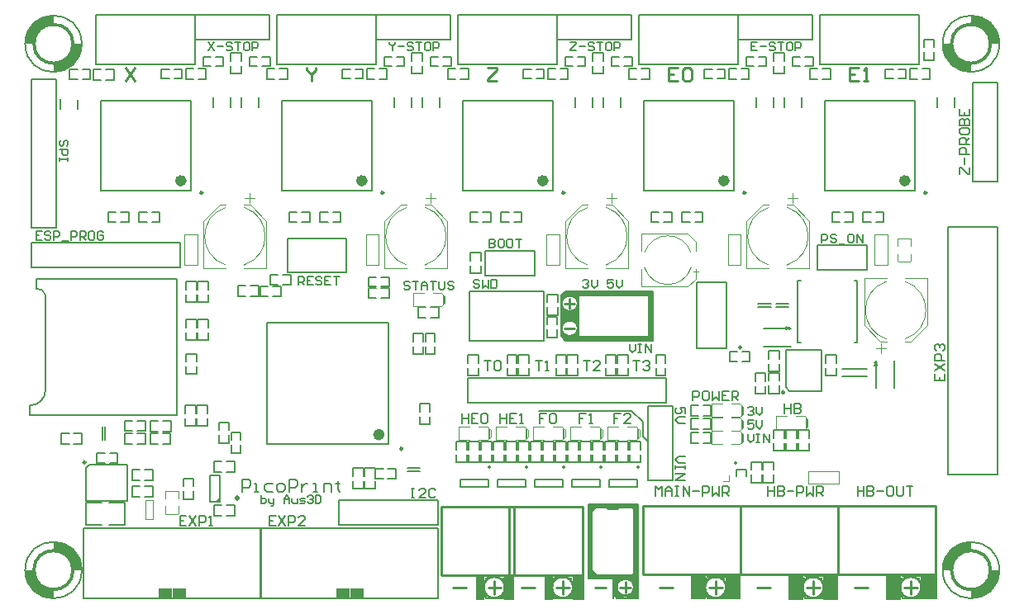
<source format=gto>
G04 Layer_Color=65535*
%FSLAX44Y44*%
%MOMM*%
G71*
G01*
G75*
%ADD54C,0.3000*%
%ADD55C,0.2000*%
%ADD56C,0.2500*%
%ADD57C,0.5000*%
%ADD94C,0.6000*%
%ADD95C,0.1500*%
%ADD96C,0.1270*%
%ADD97C,0.0762*%
%ADD98C,0.2540*%
%ADD99C,0.1000*%
%ADD100C,0.0760*%
%ADD101C,0.3500*%
%ADD102R,0.4890X4.9230*%
%ADD103R,7.6500X0.5040*%
%ADD104R,0.2540X0.2881*%
%ADD105R,0.1778X0.1270*%
%ADD106R,0.3169X0.1119*%
%ADD107R,0.1270X0.3862*%
%ADD108R,0.5080X0.3810*%
%ADD109R,0.3810X0.3810*%
%ADD110R,0.2540X0.3810*%
%ADD111R,0.2540X0.3532*%
%ADD112R,2.1590X0.3870*%
%ADD113R,2.1590X0.2088*%
%ADD114R,1.5494X2.6000*%
%ADD115R,1.5240X2.6000*%
%ADD116R,1.5240X2.5000*%
%ADD117R,1.5494X2.5000*%
%ADD118R,2.1590X0.2870*%
%ADD119R,1.6580X2.5900*%
%ADD120R,0.8110X2.5000*%
%ADD121R,1.1560X2.5000*%
%ADD122R,1.0570X2.5000*%
%ADD123R,0.2730X2.5230*%
%ADD124R,0.3090X2.5230*%
%ADD125R,2.1590X0.2318*%
%ADD126R,0.2540X0.3111*%
%ADD127R,1.4224X0.9770*%
G36*
X628650Y21590D02*
X603500D01*
X603990Y22080D01*
Y25230D01*
X622230Y25230D01*
X624000Y27000D01*
X624000Y92000D01*
X623000Y93000D01*
X609500Y93000D01*
X608500Y92000D01*
X598000D01*
X597000Y93000D01*
X586000D01*
X582000Y89000D01*
Y31000D01*
X588000Y25000D01*
X588230Y25230D01*
X602510D01*
Y22080D01*
X603000Y21590D01*
X577850D01*
Y97790D01*
X628650D01*
Y21590D01*
D02*
G37*
G36*
X33250Y58600D02*
X37800D01*
X39750Y56650D01*
X42350D01*
X44300Y54700D01*
X46250D01*
X50800Y50150D01*
Y49500D01*
X55350Y44950D01*
Y43000D01*
X57300Y41050D01*
X57950Y37150D01*
X59000Y34800D01*
Y30000D01*
X50000D01*
X49500Y30500D01*
Y37150D01*
X47550Y39100D01*
Y40400D01*
X43000Y44950D01*
X42350D01*
X38450Y48850D01*
X34550D01*
X33250Y50150D01*
X30000D01*
Y59250D01*
X32600D01*
X33250Y58600D01*
D02*
G37*
G36*
X970000Y50000D02*
X969500Y49500D01*
X962850D01*
X960900Y47550D01*
X959600D01*
X955050Y43000D01*
Y42350D01*
X951150Y38450D01*
Y34550D01*
X949850Y33250D01*
Y30000D01*
X940750D01*
Y32600D01*
X941400Y33250D01*
Y37800D01*
X943350Y39750D01*
Y42350D01*
X945300Y44300D01*
Y46250D01*
X949850Y50800D01*
X950500D01*
X955050Y55350D01*
X957000D01*
X958950Y57300D01*
X962850Y57950D01*
X965200Y59000D01*
X970000D01*
Y50000D01*
D02*
G37*
G36*
X999250Y27400D02*
X998600Y26750D01*
Y22200D01*
X996650Y20250D01*
Y17650D01*
X994700Y15700D01*
Y13750D01*
X990150Y9200D01*
X989500D01*
X984950Y4650D01*
X983000D01*
X981050Y2700D01*
X977150Y2050D01*
X974800Y1000D01*
X970000D01*
Y10000D01*
X970500Y10500D01*
X977150D01*
X979100Y12450D01*
X980400D01*
X984950Y17000D01*
Y17650D01*
X988850Y21550D01*
Y25450D01*
X990150Y26750D01*
Y30000D01*
X999250D01*
Y27400D01*
D02*
G37*
G36*
X610556Y20979D02*
X608900Y17200D01*
X607100Y12478D01*
X610556Y6156D01*
X614700Y3600D01*
X615400Y500D01*
X607100Y1800D01*
X606200D01*
X603250Y4750D01*
Y21590D01*
X610556Y20979D01*
D02*
G37*
G36*
X628650Y4750D02*
X625700Y1800D01*
X624800D01*
X616500Y500D01*
X617200Y3600D01*
X621344Y6156D01*
X624800Y12478D01*
X623000Y17200D01*
X621344Y20979D01*
X628650Y21590D01*
Y4750D01*
D02*
G37*
G36*
X10500Y29500D02*
Y22850D01*
X12450Y20900D01*
Y19600D01*
X17000Y15050D01*
X17650D01*
X21550Y11150D01*
X25450D01*
X26750Y9850D01*
X30000D01*
Y750D01*
X27400D01*
X26750Y1400D01*
X22200D01*
X20250Y3350D01*
X17650D01*
X15700Y5300D01*
X13750D01*
X9200Y9850D01*
Y10500D01*
X4650Y15050D01*
Y17000D01*
X2700Y18950D01*
X2050Y22850D01*
X1000Y25200D01*
Y30000D01*
X10000D01*
X10500Y29500D01*
D02*
G37*
G36*
X200580Y99970D02*
X194970D01*
X200580Y105580D01*
Y99970D01*
D02*
G37*
G36*
X59250Y567400D02*
X58600Y566750D01*
Y562200D01*
X56650Y560250D01*
Y557650D01*
X54700Y555700D01*
Y553750D01*
X50150Y549200D01*
X49500D01*
X44950Y544650D01*
X43000D01*
X41050Y542700D01*
X37150Y542050D01*
X34800Y541000D01*
X30000D01*
Y550000D01*
X30500Y550500D01*
X37150D01*
X39100Y552450D01*
X40400D01*
X44950Y557000D01*
Y557650D01*
X48850Y561550D01*
Y565450D01*
X50150Y566750D01*
Y570000D01*
X59250D01*
Y567400D01*
D02*
G37*
G36*
X30000Y590000D02*
X29500Y589500D01*
X22850D01*
X20900Y587550D01*
X19600D01*
X15050Y583000D01*
Y582350D01*
X11150Y578450D01*
Y574550D01*
X9850Y573250D01*
Y570000D01*
X750D01*
Y572600D01*
X1400Y573250D01*
Y577800D01*
X3350Y579750D01*
Y582350D01*
X5300Y584300D01*
Y586250D01*
X9850Y590800D01*
X10500D01*
X15050Y595350D01*
X17000D01*
X18950Y597300D01*
X22850Y597950D01*
X25200Y599000D01*
X30000D01*
Y590000D01*
D02*
G37*
G36*
X973250Y598600D02*
X977800D01*
X979750Y596650D01*
X982350D01*
X984300Y594700D01*
X986250D01*
X990800Y590150D01*
Y589500D01*
X995350Y584950D01*
Y583000D01*
X997300Y581050D01*
X997950Y577150D01*
X999000Y574800D01*
Y570000D01*
X990000D01*
X989500Y570500D01*
Y577150D01*
X987550Y579100D01*
Y580400D01*
X983000Y584950D01*
X982350D01*
X978450Y588850D01*
X974550D01*
X973250Y590150D01*
X970000D01*
Y599250D01*
X972600D01*
X973250Y598600D01*
D02*
G37*
G36*
X950500Y569500D02*
Y562850D01*
X952450Y560900D01*
Y559600D01*
X957000Y555050D01*
X957650D01*
X961550Y551150D01*
X965450D01*
X966750Y549850D01*
X970000D01*
Y540750D01*
X967400D01*
X966750Y541400D01*
X962200D01*
X960250Y543350D01*
X957650D01*
X955700Y545300D01*
X953750D01*
X949200Y549850D01*
Y550500D01*
X944650Y555050D01*
Y557000D01*
X942700Y558950D01*
X942050Y562850D01*
X941000Y565200D01*
Y570000D01*
X950000D01*
X950500Y569500D01*
D02*
G37*
G36*
X567500Y265620D02*
X567690Y265430D01*
X554130D01*
X550700Y268860D01*
Y275360D01*
X552800Y272960D01*
X553400D01*
X555900Y270460D01*
X562100D01*
X567500Y275760D01*
Y265620D01*
D02*
G37*
G36*
Y291020D02*
X567690Y290830D01*
X567500Y290640D01*
Y280500D01*
X562100Y285800D01*
X555900D01*
X553400Y283300D01*
X552800D01*
X550700Y280900D01*
Y287400D01*
X550000Y288100D01*
X550300Y290830D01*
X550000Y293560D01*
X550700Y294260D01*
Y300760D01*
X552800Y298360D01*
X553400D01*
X555900Y295860D01*
X562100D01*
X567500Y301160D01*
Y291020D01*
D02*
G37*
G36*
Y316040D02*
Y305900D01*
X562100Y311200D01*
X555900D01*
X553400Y308700D01*
X552800D01*
X550700Y306300D01*
Y312800D01*
X550300Y313200D01*
X553330Y316230D01*
X567690D01*
X567500Y316040D01*
D02*
G37*
D54*
X990000Y30000D02*
G03*
X990000Y30000I-20000J0D01*
G01*
X50000D02*
G03*
X50000Y30000I-20000J0D01*
G01*
X990000Y570000D02*
G03*
X990000Y570000I-20000J0D01*
G01*
X50000D02*
G03*
X50000Y570000I-20000J0D01*
G01*
X629005Y135332D02*
X628957Y135380D01*
X628910Y135332D01*
X628957Y135285D01*
X629005Y135332D01*
X514705D02*
X514657Y135380D01*
X514610Y135332D01*
X514657Y135285D01*
X514705Y135332D01*
X590905D02*
X590857Y135380D01*
X590810Y135332D01*
X590857Y135285D01*
X590905Y135332D01*
X476605D02*
X476557Y135380D01*
X476510Y135332D01*
X476557Y135285D01*
X476605Y135332D01*
X552805D02*
X552757Y135380D01*
X552710Y135332D01*
X552757Y135285D01*
X552805Y135332D01*
D55*
X566890Y278130D02*
G03*
X566890Y278130I-8000J0D01*
G01*
Y303530D02*
G03*
X566890Y303530I-8000J0D01*
G01*
X7620Y340360D02*
X160020D01*
X7620D02*
Y365760D01*
X160020D01*
Y340360D02*
Y365760D01*
X577850Y97790D02*
X628650D01*
X577850Y21590D02*
X628650D01*
X577850D02*
Y97790D01*
X628650Y21590D02*
Y97790D01*
Y49107D02*
Y97790D01*
X454660Y227330D02*
X657860D01*
Y201930D02*
Y227330D01*
X454660Y201930D02*
X657860D01*
X454660D02*
Y227330D01*
X567690Y265430D02*
Y316230D01*
X643890Y265430D02*
Y316230D01*
X567690Y265430D02*
X643890D01*
X567690Y316230D02*
X643890D01*
X567690D02*
X616373D01*
X729920Y133540D02*
X740080D01*
X248400Y284100D02*
X373400D01*
X248400Y159100D02*
X373400D01*
X248400D02*
Y284100D01*
X373400Y159100D02*
Y284100D01*
X322580Y76010D02*
Y101410D01*
X424180D01*
X322580Y76010D02*
X424180D01*
Y101410D01*
X971700Y428300D02*
X997100D01*
X971700D02*
Y529900D01*
X997100Y428300D02*
Y529900D01*
X971700D02*
X997100D01*
X550000Y270200D02*
Y311600D01*
X554630Y316230D01*
X567690D01*
X554770Y265430D02*
X567690D01*
X550000Y270200D02*
X554770Y265430D01*
X472440Y331740D02*
X523240D01*
Y357140D01*
X472440D02*
X523240D01*
X472440Y331740D02*
Y357140D01*
X329720Y335480D02*
Y370480D01*
X269720Y335480D02*
Y370480D01*
Y335480D02*
X329720D01*
X269720Y370480D02*
X329720D01*
X63000Y76500D02*
Y99500D01*
X103000Y76500D02*
Y99500D01*
X63000D02*
X79000D01*
X87000D02*
X103000D01*
X63000Y76500D02*
X79000D01*
X87000D02*
X103000D01*
X815239Y548580D02*
Y573980D01*
Y548580D02*
X916839D01*
Y573980D01*
X815239D02*
Y599380D01*
X916839D01*
Y573980D02*
Y599380D01*
X629819Y548580D02*
Y573980D01*
Y548580D02*
X731419D01*
Y573980D01*
X629819D02*
Y599380D01*
X731419D01*
Y573980D02*
Y599380D01*
X444399Y548580D02*
Y573980D01*
Y548580D02*
X545999D01*
Y573980D01*
X444399D02*
Y599380D01*
X545999D01*
Y573980D02*
Y599380D01*
X73559Y548580D02*
Y573980D01*
Y548580D02*
X175159D01*
Y573980D01*
X73559D02*
Y599380D01*
X175159D01*
Y573980D02*
Y599380D01*
X258979Y548580D02*
Y573980D01*
Y548580D02*
X360579D01*
Y573980D01*
X258979D02*
Y599380D01*
X360579D01*
Y573980D02*
Y599380D01*
X719715Y257965D02*
Y324965D01*
X688715Y257965D02*
Y324965D01*
Y257965D02*
X719715D01*
X688715Y324965D02*
X719715D01*
X242180Y1216D02*
X424180D01*
X242180Y73216D02*
X424180D01*
Y1216D02*
Y73216D01*
X242180Y1216D02*
Y73216D01*
X60570Y1216D02*
X242570D01*
X60570Y73216D02*
X242570D01*
Y1216D02*
Y73216D01*
X60570Y1216D02*
Y73216D01*
X853460Y263775D02*
Y326775D01*
X850460D02*
X853460D01*
X850460Y263775D02*
X853460D01*
X792460Y326775D02*
X795460D01*
X792460Y263775D02*
X795460D01*
X792460D02*
Y326775D01*
X780250Y217410D02*
Y227410D01*
Y217410D02*
X783750Y213910D01*
X795750D01*
X817000D02*
Y255910D01*
X795750Y213910D02*
X817000D01*
X780250Y255910D02*
X817000D01*
X780250Y227410D02*
Y255910D01*
X812800Y337820D02*
X863600D01*
Y363220D01*
X812800D02*
X863600D01*
X812800Y337820D02*
Y363220D01*
X622324Y193675D02*
X634000Y182000D01*
X527685Y193675D02*
X622324D01*
X946300Y128000D02*
Y382000D01*
X997100Y128000D02*
Y382000D01*
X946300D02*
X997100D01*
X946300Y128000D02*
X997100D01*
X76750Y138000D02*
X105250D01*
Y101250D02*
Y138000D01*
X63250Y101250D02*
Y122500D01*
Y101250D02*
X105250D01*
X63250Y122500D02*
Y134500D01*
X66750Y138000D01*
X76750D01*
X634000Y167370D02*
Y182000D01*
Y167370D02*
X638175Y163195D01*
X731419Y573980D02*
X807619D01*
Y599380D01*
X731419D02*
X807619D01*
X731419Y573980D02*
Y599380D01*
X638810Y121920D02*
Y198120D01*
Y121920D02*
X664210D01*
Y198120D01*
X638810D02*
X664210D01*
X175160Y573980D02*
X251360D01*
Y599380D01*
X175160D02*
X251360D01*
X175160Y573980D02*
Y599380D01*
X360580Y573980D02*
X436780D01*
Y599380D01*
X360580D02*
X436780D01*
X360580Y573980D02*
Y599380D01*
X546000Y573980D02*
X622200D01*
Y599380D01*
X546000D02*
X622200D01*
X546000Y573980D02*
Y599380D01*
X33020Y381000D02*
Y533400D01*
X7620Y381000D02*
X33020D01*
X7620D02*
Y533400D01*
X33020D01*
X455930Y265430D02*
Y316230D01*
X532130Y265430D02*
Y316230D01*
X455930Y265430D02*
X532130D01*
X455930Y316230D02*
X532130D01*
X455930D02*
X504613D01*
X263880Y511455D02*
X355880D01*
X263880Y419455D02*
X355880D01*
X263880D02*
Y511455D01*
X355880Y419455D02*
Y511455D01*
X170460Y419455D02*
Y511455D01*
X78460Y419455D02*
Y511455D01*
Y419455D02*
X170460D01*
X78460Y511455D02*
X170460D01*
X449300D02*
X541300D01*
X449300Y419455D02*
X541300D01*
X449300D02*
Y511455D01*
X541300Y419455D02*
Y511455D01*
X726720Y419455D02*
Y511455D01*
X634720Y419455D02*
Y511455D01*
Y419455D02*
X726720D01*
X634720Y511455D02*
X726720D01*
X820140D02*
X912140D01*
X820140Y419455D02*
X912140D01*
X820140D02*
Y511455D01*
X912140Y419455D02*
Y511455D01*
X394998Y324997D02*
X393499Y326497D01*
X390499D01*
X389000Y324997D01*
Y323498D01*
X390499Y321998D01*
X393499D01*
X394998Y320499D01*
Y319000D01*
X393499Y317500D01*
X390499D01*
X389000Y319000D01*
X397997Y326497D02*
X403995D01*
X400996D01*
Y317500D01*
X406994D02*
Y323498D01*
X409993Y326497D01*
X412992Y323498D01*
Y317500D01*
Y321998D01*
X406994D01*
X415991Y326497D02*
X421989D01*
X418990D01*
Y317500D01*
X424988Y326497D02*
Y319000D01*
X426488Y317500D01*
X429487D01*
X430986Y319000D01*
Y326497D01*
X439983Y324997D02*
X438484Y326497D01*
X435485D01*
X433985Y324997D01*
Y323498D01*
X435485Y321998D01*
X438484D01*
X439983Y320499D01*
Y319000D01*
X438484Y317500D01*
X435485D01*
X433985Y319000D01*
X933003Y231665D02*
Y225000D01*
X943000D01*
Y231665D01*
X938002Y225000D02*
Y228332D01*
X933003Y234997D02*
X943000Y241661D01*
X933003D02*
X943000Y234997D01*
Y244994D02*
X933003D01*
Y249992D01*
X934669Y251658D01*
X938002D01*
X939668Y249992D01*
Y244994D01*
X934669Y254990D02*
X933003Y256656D01*
Y259989D01*
X934669Y261655D01*
X936336D01*
X938002Y259989D01*
Y258323D01*
Y259989D01*
X939668Y261655D01*
X941334D01*
X943000Y259989D01*
Y256656D01*
X941334Y254990D01*
X257665Y85497D02*
X251000D01*
Y75500D01*
X257665D01*
X251000Y80498D02*
X254332D01*
X260997Y85497D02*
X267661Y75500D01*
Y85497D02*
X260997Y75500D01*
X270993D02*
Y85497D01*
X275992D01*
X277658Y83831D01*
Y80498D01*
X275992Y78832D01*
X270993D01*
X287655Y75500D02*
X280990D01*
X287655Y82164D01*
Y83831D01*
X285989Y85497D01*
X282656D01*
X280990Y83831D01*
X166165Y85497D02*
X159500D01*
Y75500D01*
X166165D01*
X159500Y80498D02*
X162832D01*
X169497Y85497D02*
X176161Y75500D01*
Y85497D02*
X169497Y75500D01*
X179494D02*
Y85497D01*
X184492D01*
X186158Y83831D01*
Y80498D01*
X184492Y78832D01*
X179494D01*
X189490Y75500D02*
X192823D01*
X191157D01*
Y85497D01*
X189490Y83831D01*
X816965Y365850D02*
Y374847D01*
X821464D01*
X822963Y373348D01*
Y370349D01*
X821464Y368849D01*
X816965D01*
X831960Y373348D02*
X830461Y374847D01*
X827462D01*
X825962Y373348D01*
Y371848D01*
X827462Y370349D01*
X830461D01*
X831960Y368849D01*
Y367350D01*
X830461Y365850D01*
X827462D01*
X825962Y367350D01*
X834959Y364351D02*
X840957D01*
X848455Y374847D02*
X845456D01*
X843957Y373348D01*
Y367350D01*
X845456Y365850D01*
X848455D01*
X849955Y367350D01*
Y373348D01*
X848455Y374847D01*
X852953Y365850D02*
Y374847D01*
X858952Y365850D01*
Y374847D01*
X751098Y571877D02*
X745100D01*
Y562880D01*
X751098D01*
X745100Y567378D02*
X748099D01*
X754097D02*
X760095D01*
X769092Y570377D02*
X767592Y571877D01*
X764594D01*
X763094Y570377D01*
Y568878D01*
X764594Y567378D01*
X767592D01*
X769092Y565879D01*
Y564379D01*
X767592Y562880D01*
X764594D01*
X763094Y564379D01*
X772091Y571877D02*
X778089D01*
X775090D01*
Y562880D01*
X785587Y571877D02*
X782588D01*
X781088Y570377D01*
Y564379D01*
X782588Y562880D01*
X785587D01*
X787086Y564379D01*
Y570377D01*
X785587Y571877D01*
X790085Y562880D02*
Y571877D01*
X794584D01*
X796083Y570377D01*
Y567378D01*
X794584Y565879D01*
X790085D01*
X281000Y322500D02*
Y331497D01*
X285499D01*
X286998Y329998D01*
Y326998D01*
X285499Y325499D01*
X281000D01*
X283999D02*
X286998Y322500D01*
X295995Y331497D02*
X289997D01*
Y322500D01*
X295995D01*
X289997Y326998D02*
X292996D01*
X304992Y329998D02*
X303493Y331497D01*
X300494D01*
X298994Y329998D01*
Y328498D01*
X300494Y326998D01*
X303493D01*
X304992Y325499D01*
Y323999D01*
X303493Y322500D01*
X300494D01*
X298994Y323999D01*
X313989Y331497D02*
X307991D01*
Y322500D01*
X313989D01*
X307991Y326998D02*
X310990D01*
X316988Y331497D02*
X322986D01*
X319987D01*
Y322500D01*
X476605Y369767D02*
Y360770D01*
X481104D01*
X482603Y362269D01*
Y363769D01*
X481104Y365268D01*
X476605D01*
X481104D01*
X482603Y366768D01*
Y368267D01*
X481104Y369767D01*
X476605D01*
X490101D02*
X487102D01*
X485602Y368267D01*
Y362269D01*
X487102Y360770D01*
X490101D01*
X491600Y362269D01*
Y368267D01*
X490101Y369767D01*
X499098D02*
X496099D01*
X494599Y368267D01*
Y362269D01*
X496099Y360770D01*
X499098D01*
X500597Y362269D01*
Y368267D01*
X499098Y369767D01*
X503596D02*
X509594D01*
X506595D01*
Y360770D01*
X396500Y113997D02*
X399832D01*
X398166D01*
Y104000D01*
X396500D01*
X399832D01*
X411495D02*
X404831D01*
X411495Y110665D01*
Y112331D01*
X409829Y113997D01*
X406497D01*
X404831Y112331D01*
X421492D02*
X419826Y113997D01*
X416494D01*
X414827Y112331D01*
Y105666D01*
X416494Y104000D01*
X419826D01*
X421492Y105666D01*
X43587Y464936D02*
X45087Y466436D01*
Y469435D01*
X43587Y470935D01*
X42088D01*
X40588Y469435D01*
Y466436D01*
X39089Y464936D01*
X37589D01*
X36090Y466436D01*
Y469435D01*
X37589Y470935D01*
X36090Y461937D02*
X45087D01*
Y457439D01*
X43587Y455939D01*
X40588D01*
X39089Y457439D01*
Y461937D01*
X45087Y452940D02*
Y449941D01*
Y451441D01*
X36090D01*
Y452940D01*
Y449941D01*
X18143Y377827D02*
X12145D01*
Y368830D01*
X18143D01*
X12145Y373328D02*
X15144D01*
X27140Y376327D02*
X25641Y377827D01*
X22641D01*
X21142Y376327D01*
Y374828D01*
X22641Y373328D01*
X25641D01*
X27140Y371829D01*
Y370329D01*
X25641Y368830D01*
X22641D01*
X21142Y370329D01*
X30139Y368830D02*
Y377827D01*
X34638D01*
X36137Y376327D01*
Y373328D01*
X34638Y371829D01*
X30139D01*
X39136Y367330D02*
X45134D01*
X48133Y368830D02*
Y377827D01*
X52632D01*
X54131Y376327D01*
Y373328D01*
X52632Y371829D01*
X48133D01*
X57130Y368830D02*
Y377827D01*
X61629D01*
X63128Y376327D01*
Y373328D01*
X61629Y371829D01*
X57130D01*
X60129D02*
X63128Y368830D01*
X70626Y377827D02*
X67627D01*
X66128Y376327D01*
Y370329D01*
X67627Y368830D01*
X70626D01*
X72126Y370329D01*
Y376327D01*
X70626Y377827D01*
X81123Y376327D02*
X79623Y377827D01*
X76624D01*
X75125Y376327D01*
Y370329D01*
X76624Y368830D01*
X79623D01*
X81123Y370329D01*
Y373328D01*
X78124D01*
X466453Y326797D02*
X464953Y328297D01*
X461954D01*
X460455Y326797D01*
Y325298D01*
X461954Y323798D01*
X464953D01*
X466453Y322299D01*
Y320799D01*
X464953Y319300D01*
X461954D01*
X460455Y320799D01*
X469452Y328297D02*
Y319300D01*
X472451Y322299D01*
X475450Y319300D01*
Y328297D01*
X478449D02*
Y319300D01*
X482948D01*
X484447Y320799D01*
Y326797D01*
X482948Y328297D01*
X478449D01*
X779000Y200996D02*
Y191000D01*
Y195998D01*
X785664D01*
Y200996D01*
Y191000D01*
X788997Y200996D02*
Y191000D01*
X793995D01*
X795661Y192666D01*
Y194332D01*
X793995Y195998D01*
X788997D01*
X793995D01*
X795661Y197664D01*
Y199330D01*
X793995Y200996D01*
X788997D01*
X620049Y262207D02*
Y256209D01*
X623048Y253210D01*
X626047Y256209D01*
Y262207D01*
X629046D02*
X632045D01*
X630545D01*
Y253210D01*
X629046D01*
X632045D01*
X636544D02*
Y262207D01*
X642542Y253210D01*
Y262207D01*
X603613Y328297D02*
X597615D01*
Y323798D01*
X600614Y325298D01*
X602113D01*
X603613Y323798D01*
Y320799D01*
X602113Y319300D01*
X599114D01*
X597615Y320799D01*
X606612Y328297D02*
Y322299D01*
X609611Y319300D01*
X612610Y322299D01*
Y328297D01*
X572215Y326797D02*
X573714Y328297D01*
X576713D01*
X578213Y326797D01*
Y325298D01*
X576713Y323798D01*
X575214D01*
X576713D01*
X578213Y322299D01*
Y320799D01*
X576713Y319300D01*
X573714D01*
X572215Y320799D01*
X581212Y328297D02*
Y322299D01*
X584211Y319300D01*
X587210Y322299D01*
Y328297D01*
X559680Y571877D02*
X565678D01*
Y570377D01*
X559680Y564379D01*
Y562880D01*
X565678D01*
X568677Y567378D02*
X574675D01*
X583672Y570377D02*
X582173Y571877D01*
X579174D01*
X577674Y570377D01*
Y568878D01*
X579174Y567378D01*
X582173D01*
X583672Y565879D01*
Y564379D01*
X582173Y562880D01*
X579174D01*
X577674Y564379D01*
X586671Y571877D02*
X592669D01*
X589670D01*
Y562880D01*
X600167Y571877D02*
X597168D01*
X595668Y570377D01*
Y564379D01*
X597168Y562880D01*
X600167D01*
X601666Y564379D01*
Y570377D01*
X600167Y571877D01*
X604665Y562880D02*
Y571877D01*
X609164D01*
X610663Y570377D01*
Y567378D01*
X609164Y565879D01*
X604665D01*
X188840Y571877D02*
X194838Y562880D01*
Y571877D02*
X188840Y562880D01*
X197837Y567378D02*
X203835D01*
X212832Y570377D02*
X211332Y571877D01*
X208333D01*
X206834Y570377D01*
Y568878D01*
X208333Y567378D01*
X211332D01*
X212832Y565879D01*
Y564379D01*
X211332Y562880D01*
X208333D01*
X206834Y564379D01*
X215831Y571877D02*
X221829D01*
X218830D01*
Y562880D01*
X229327Y571877D02*
X226328D01*
X224828Y570377D01*
Y564379D01*
X226328Y562880D01*
X229327D01*
X230826Y564379D01*
Y570377D01*
X229327Y571877D01*
X233825Y562880D02*
Y571877D01*
X238324D01*
X239823Y570377D01*
Y567378D01*
X238324Y565879D01*
X233825D01*
X853730Y115997D02*
Y106000D01*
Y110998D01*
X860394D01*
Y115997D01*
Y106000D01*
X863727Y115997D02*
Y106000D01*
X868725D01*
X870391Y107666D01*
Y109332D01*
X868725Y110998D01*
X863727D01*
X868725D01*
X870391Y112664D01*
Y114330D01*
X868725Y115997D01*
X863727D01*
X873723Y110998D02*
X880388D01*
X888719Y115997D02*
X885386D01*
X883720Y114330D01*
Y107666D01*
X885386Y106000D01*
X888719D01*
X890385Y107666D01*
Y114330D01*
X888719Y115997D01*
X893717D02*
Y107666D01*
X895383Y106000D01*
X898715D01*
X900381Y107666D01*
Y115997D01*
X903714D02*
X910378D01*
X907046D01*
Y106000D01*
X761730Y115997D02*
Y106000D01*
Y110998D01*
X768394D01*
Y115997D01*
Y106000D01*
X771727Y115997D02*
Y106000D01*
X776725D01*
X778391Y107666D01*
Y109332D01*
X776725Y110998D01*
X771727D01*
X776725D01*
X778391Y112664D01*
Y114330D01*
X776725Y115997D01*
X771727D01*
X781723Y110998D02*
X788388D01*
X791720Y106000D02*
Y115997D01*
X796719D01*
X798385Y114330D01*
Y110998D01*
X796719Y109332D01*
X791720D01*
X801717Y115997D02*
Y106000D01*
X805049Y109332D01*
X808381Y106000D01*
Y115997D01*
X811714Y106000D02*
Y115997D01*
X816712D01*
X818378Y114330D01*
Y110998D01*
X816712Y109332D01*
X811714D01*
X815046D02*
X818378Y106000D01*
X646730Y106000D02*
Y115997D01*
X650062Y112664D01*
X653394Y115997D01*
Y106000D01*
X656727D02*
Y112664D01*
X660059Y115997D01*
X663391Y112664D01*
Y106000D01*
Y110998D01*
X656727D01*
X666723Y115997D02*
X670055D01*
X668389D01*
Y106000D01*
X666723D01*
X670055D01*
X675054D02*
Y115997D01*
X681718Y106000D01*
Y115997D01*
X685051Y110998D02*
X691715D01*
X695048Y106000D02*
Y115997D01*
X700046D01*
X701712Y114330D01*
Y110998D01*
X700046Y109332D01*
X695048D01*
X705044Y115997D02*
Y106000D01*
X708376Y109332D01*
X711709Y106000D01*
Y115997D01*
X715041Y106000D02*
Y115997D01*
X720039D01*
X721705Y114330D01*
Y110998D01*
X720039Y109332D01*
X715041D01*
X718373D02*
X721705Y106000D01*
X448310Y190336D02*
Y180340D01*
Y185338D01*
X454974D01*
Y190336D01*
Y180340D01*
X464971Y190336D02*
X458307D01*
Y180340D01*
X464971D01*
X458307Y185338D02*
X461639D01*
X468303Y188670D02*
X469969Y190336D01*
X473302D01*
X474968Y188670D01*
Y182006D01*
X473302Y180340D01*
X469969D01*
X468303Y182006D01*
Y188670D01*
X487680Y190336D02*
Y180340D01*
Y185338D01*
X494344D01*
Y190336D01*
Y180340D01*
X504341Y190336D02*
X497677D01*
Y180340D01*
X504341D01*
X497677Y185338D02*
X501009D01*
X507673Y180340D02*
X511006D01*
X509339D01*
Y190336D01*
X507673Y188670D01*
X374260Y571877D02*
Y570377D01*
X377259Y567378D01*
X380258Y570377D01*
Y571877D01*
X377259Y567378D02*
Y562880D01*
X383257Y567378D02*
X389255D01*
X398252Y570377D02*
X396753Y571877D01*
X393754D01*
X392254Y570377D01*
Y568878D01*
X393754Y567378D01*
X396753D01*
X398252Y565879D01*
Y564379D01*
X396753Y562880D01*
X393754D01*
X392254Y564379D01*
X401251Y571877D02*
X407249D01*
X404250D01*
Y562880D01*
X414747Y571877D02*
X411748D01*
X410248Y570377D01*
Y564379D01*
X411748Y562880D01*
X414747D01*
X416246Y564379D01*
Y570377D01*
X414747Y571877D01*
X419245Y562880D02*
Y571877D01*
X423744D01*
X425243Y570377D01*
Y567378D01*
X423744Y565879D01*
X419245D01*
X534984Y190336D02*
X528320D01*
Y185338D01*
X531652D01*
X528320D01*
Y180340D01*
X538316Y188670D02*
X539983Y190336D01*
X543315D01*
X544981Y188670D01*
Y182006D01*
X543315Y180340D01*
X539983D01*
X538316Y182006D01*
Y188670D01*
X575624Y190336D02*
X568960D01*
Y185338D01*
X572292D01*
X568960D01*
Y180340D01*
X578956D02*
X582289D01*
X580623D01*
Y190336D01*
X578956Y188670D01*
X611184Y190336D02*
X604520D01*
Y185338D01*
X607852D01*
X604520D01*
Y180340D01*
X621181D02*
X614516D01*
X621181Y187004D01*
Y188670D01*
X619515Y190336D01*
X616183D01*
X614516Y188670D01*
X676997Y190335D02*
Y197000D01*
X671998D01*
X673664Y193668D01*
Y192001D01*
X671998Y190335D01*
X668666D01*
X667000Y192001D01*
Y195334D01*
X668666Y197000D01*
X676997Y187003D02*
X670332D01*
X667000Y183671D01*
X670332Y180338D01*
X676997D01*
Y147000D02*
X670332D01*
X667000Y143667D01*
X670332Y140335D01*
X676997D01*
Y137003D02*
Y133671D01*
Y135337D01*
X667000D01*
Y137003D01*
Y133671D01*
Y128672D02*
X676997D01*
X667000Y122008D01*
X676997D01*
X471805Y244946D02*
X478469D01*
X475137D01*
Y234950D01*
X481801Y243280D02*
X483468Y244946D01*
X486800D01*
X488466Y243280D01*
Y236616D01*
X486800Y234950D01*
X483468D01*
X481801Y236616D01*
Y243280D01*
X523875Y244946D02*
X530539D01*
X527207D01*
Y234950D01*
X533871D02*
X537204D01*
X535538D01*
Y244946D01*
X533871Y243280D01*
X573405Y244946D02*
X580069D01*
X576737D01*
Y234950D01*
X590066D02*
X583401D01*
X590066Y241614D01*
Y243280D01*
X588400Y244946D01*
X585068D01*
X583401Y243280D01*
X624205Y244946D02*
X630869D01*
X627537D01*
Y234950D01*
X634202Y243280D02*
X635868Y244946D01*
X639200D01*
X640866Y243280D01*
Y241614D01*
X639200Y239948D01*
X637534D01*
X639200D01*
X640866Y238282D01*
Y236616D01*
X639200Y234950D01*
X635868D01*
X634202Y236616D01*
X958423Y436610D02*
Y443274D01*
X960089D01*
X966754Y436610D01*
X968420D01*
Y443274D01*
X963421Y446606D02*
Y453271D01*
X968420Y456603D02*
X958423D01*
Y461602D01*
X960089Y463268D01*
X963421D01*
X965088Y461602D01*
Y456603D01*
X968420Y466600D02*
X958423D01*
Y471599D01*
X960089Y473265D01*
X963421D01*
X965088Y471599D01*
Y466600D01*
Y469932D02*
X968420Y473265D01*
X958423Y481595D02*
Y478263D01*
X960089Y476597D01*
X966754D01*
X968420Y478263D01*
Y481595D01*
X966754Y483261D01*
X960089D01*
X958423Y481595D01*
Y486594D02*
X968420D01*
Y491592D01*
X966754Y493258D01*
X965088D01*
X963421Y491592D01*
Y486594D01*
Y491592D01*
X961755Y493258D01*
X960089D01*
X958423Y491592D01*
Y486594D01*
Y503255D02*
Y496590D01*
X968420D01*
Y503255D01*
X963421Y496590D02*
Y499923D01*
X741215Y196297D02*
X742714Y197797D01*
X745714D01*
X747213Y196297D01*
Y194798D01*
X745714Y193298D01*
X744214D01*
X745714D01*
X747213Y191799D01*
Y190299D01*
X745714Y188800D01*
X742714D01*
X741215Y190299D01*
X750212Y197797D02*
Y191799D01*
X753211Y188800D01*
X756210Y191799D01*
Y197797D01*
X747213Y183797D02*
X741215D01*
Y179298D01*
X744214Y180798D01*
X745714D01*
X747213Y179298D01*
Y176299D01*
X745714Y174800D01*
X742714D01*
X741215Y176299D01*
X750212Y183797D02*
Y177799D01*
X753211Y174800D01*
X756210Y177799D01*
Y183797D01*
X741215Y169797D02*
Y163799D01*
X744214Y160800D01*
X747213Y163799D01*
Y169797D01*
X750212D02*
X753211D01*
X751712D01*
Y160800D01*
X750212D01*
X753211D01*
X757710D02*
Y169797D01*
X763708Y160800D01*
Y169797D01*
X685000Y204000D02*
Y213997D01*
X689998D01*
X691665Y212331D01*
Y208998D01*
X689998Y207332D01*
X685000D01*
X699995Y213997D02*
X696663D01*
X694997Y212331D01*
Y205666D01*
X696663Y204000D01*
X699995D01*
X701661Y205666D01*
Y212331D01*
X699995Y213997D01*
X704994D02*
Y204000D01*
X708326Y207332D01*
X711658Y204000D01*
Y213997D01*
X721655D02*
X714990D01*
Y204000D01*
X721655D01*
X714990Y208998D02*
X718323D01*
X724987Y204000D02*
Y213997D01*
X729986D01*
X731652Y212331D01*
Y208998D01*
X729986Y207332D01*
X724987D01*
X728319D02*
X731652Y204000D01*
D56*
X387650Y154600D02*
G03*
X387650Y154600I-1250J0D01*
G01*
X734715Y258565D02*
G03*
X734715Y258565I-1250J0D01*
G01*
X778750Y212410D02*
G03*
X778750Y212410I-1250J0D01*
G01*
X63000Y140750D02*
G03*
X63000Y140750I-1250J0D01*
G01*
X368130Y417205D02*
G03*
X368130Y417205I-1250J0D01*
G01*
X182710D02*
G03*
X182710Y417205I-1250J0D01*
G01*
X553550D02*
G03*
X553550Y417205I-1250J0D01*
G01*
X738970D02*
G03*
X738970Y417205I-1250J0D01*
G01*
X924390D02*
G03*
X924390Y417205I-1250J0D01*
G01*
D57*
X218202Y103905D02*
X218250Y103952D01*
X218202Y104000D01*
X218155Y103952D01*
X218202Y103905D01*
D94*
X366400Y169100D02*
G03*
X366400Y169100I-3000J0D01*
G01*
X348880Y429455D02*
G03*
X348880Y429455I-3000J0D01*
G01*
X163460D02*
G03*
X163460Y429455I-3000J0D01*
G01*
X534300D02*
G03*
X534300Y429455I-3000J0D01*
G01*
X719720D02*
G03*
X719720Y429455I-3000J0D01*
G01*
X905140D02*
G03*
X905140Y429455I-3000J0D01*
G01*
D95*
X999000Y30000D02*
G03*
X999000Y30000I-29000J0D01*
G01*
X59000D02*
G03*
X59000Y30000I-29000J0D01*
G01*
X999000Y570000D02*
G03*
X999000Y570000I-29000J0D01*
G01*
X59000D02*
G03*
X59000Y570000I-29000J0D01*
G01*
X242500Y106497D02*
Y98500D01*
X246499D01*
X247832Y99833D01*
Y101166D01*
Y102499D01*
X246499Y103832D01*
X242500D01*
X250497D02*
Y99833D01*
X251830Y98500D01*
X255829D01*
Y97167D01*
X254496Y95834D01*
X253163D01*
X255829Y98500D02*
Y103832D01*
X266492Y98500D02*
Y103832D01*
X269158Y106497D01*
X271824Y103832D01*
Y98500D01*
Y102499D01*
X266492D01*
X274490Y103832D02*
Y99833D01*
X275823Y98500D01*
X279821D01*
Y103832D01*
X282487Y98500D02*
X286486D01*
X287819Y99833D01*
X286486Y101166D01*
X283820D01*
X282487Y102499D01*
X283820Y103832D01*
X287819D01*
X290485Y105164D02*
X291817Y106497D01*
X294483D01*
X295816Y105164D01*
Y103832D01*
X294483Y102499D01*
X293150D01*
X294483D01*
X295816Y101166D01*
Y99833D01*
X294483Y98500D01*
X291817D01*
X290485Y99833D01*
X298482Y106497D02*
Y98500D01*
X302481D01*
X303814Y99833D01*
Y105164D01*
X302481Y106497D01*
X298482D01*
X223500Y110500D02*
Y122996D01*
X229748D01*
X231831Y120913D01*
Y116748D01*
X229748Y114665D01*
X223500D01*
X235996Y110500D02*
X240161D01*
X238079D01*
Y118831D01*
X235996D01*
X254740D02*
X248492D01*
X246409Y116748D01*
Y112583D01*
X248492Y110500D01*
X254740D01*
X260988D02*
X265153D01*
X267236Y112583D01*
Y116748D01*
X265153Y118831D01*
X260988D01*
X258905Y116748D01*
Y112583D01*
X260988Y110500D01*
X271401D02*
Y122996D01*
X277649D01*
X279732Y120913D01*
Y116748D01*
X277649Y114665D01*
X271401D01*
X283897Y118831D02*
Y110500D01*
Y114665D01*
X285980Y116748D01*
X288062Y118831D01*
X290145D01*
X296393Y110500D02*
X300558D01*
X298476D01*
Y118831D01*
X296393D01*
X306806Y110500D02*
Y118831D01*
X313054D01*
X315137Y116748D01*
Y110500D01*
X321385Y120913D02*
Y118831D01*
X319302D01*
X323468D01*
X321385D01*
Y112583D01*
X323468Y110500D01*
D96*
X21800Y311912D02*
G03*
X12800Y318770I-7929J-1071D01*
G01*
X5800Y198882D02*
G03*
X21800Y214884I-1J16001D01*
G01*
X392488Y131504D02*
X405512D01*
X392488Y134496D02*
X405512D01*
X405100Y200700D02*
X415100D01*
Y192700D02*
Y200700D01*
Y179700D02*
Y187700D01*
X405100Y179700D02*
X415100D01*
X405100D02*
Y187700D01*
Y192700D02*
Y200700D01*
X190420Y99970D02*
X200580D01*
X190420Y126970D02*
X190420Y99970D01*
X190420Y126970D02*
X200580D01*
X200580Y99970D02*
X200580Y126970D01*
X163500Y124000D02*
X173500D01*
Y116000D02*
Y124000D01*
Y103000D02*
Y111000D01*
X163500Y103000D02*
X173500D01*
X163500D02*
Y111000D01*
Y116000D02*
Y124000D01*
X740080Y126500D02*
Y133540D01*
X729920Y126500D02*
Y133540D01*
X744500Y120000D02*
X755500D01*
X744500D02*
Y128000D01*
Y133000D02*
Y141000D01*
X755500D01*
Y133000D02*
Y141000D01*
Y120000D02*
Y128000D01*
X767920Y552500D02*
Y560500D01*
Y539500D02*
Y547500D01*
Y539500D02*
X778920D01*
Y547500D01*
Y552500D02*
Y560500D01*
X767920D02*
X778920D01*
X352900Y320700D02*
Y330700D01*
X360900D01*
X365900D02*
X373900D01*
Y320700D02*
Y330700D01*
X365900Y320700D02*
X373900D01*
X352900D02*
X360900D01*
X627910Y115570D02*
Y123190D01*
X598910Y115570D02*
X627910D01*
X598910D02*
Y123190D01*
X627910D01*
X513610Y115570D02*
Y123190D01*
X484610Y115570D02*
X513610D01*
X484610D02*
Y123190D01*
X513610D01*
X589810Y115570D02*
Y123190D01*
X560810Y115570D02*
X589810D01*
X560810D02*
Y123190D01*
X589810D01*
X475510Y115570D02*
Y123190D01*
X446510Y115570D02*
X475510D01*
X446510D02*
Y123190D01*
X475510D01*
X551710Y115570D02*
Y123190D01*
X522710Y115570D02*
X551710D01*
X522710D02*
Y123190D01*
X551710D01*
X272900Y322800D02*
Y332800D01*
X264900Y322800D02*
X272900D01*
X251900D02*
X259900D01*
X251900D02*
Y332800D01*
X259900D01*
X264900D02*
X272900D01*
X200000Y181500D02*
X210000D01*
Y173500D02*
Y181500D01*
Y160500D02*
Y168500D01*
X200000Y160500D02*
X210000D01*
X200000D02*
Y168500D01*
Y173500D02*
Y181500D01*
X51000Y170500D02*
X59000D01*
X38000D02*
X46000D01*
X38000Y159500D02*
Y170500D01*
Y159500D02*
X46000D01*
X51000D02*
X59000D01*
Y170500D01*
X177000Y231000D02*
Y239000D01*
Y244000D02*
Y252000D01*
X166000D02*
X177000D01*
X166000Y244000D02*
Y252000D01*
Y231000D02*
Y239000D01*
Y231000D02*
X177000D01*
X103000Y159500D02*
X111000D01*
X116000D02*
X124000D01*
Y170500D01*
X116000D02*
X124000D01*
X103000D02*
X111000D01*
X103000Y159500D02*
Y170500D01*
X5800Y188722D02*
Y198882D01*
Y188722D02*
X156800D01*
Y328930D01*
X12800D02*
X156800D01*
X12800Y318770D02*
Y328930D01*
X21800Y214884D02*
Y311912D01*
X129040Y159600D02*
X137040D01*
X142040D02*
X150040D01*
Y170600D01*
X142040D02*
X150040D01*
X129040D02*
X137040D01*
X129040Y159600D02*
Y170600D01*
X103100Y173000D02*
Y183000D01*
X111100D01*
X116100D02*
X124100D01*
Y173000D02*
Y183000D01*
X116100Y173000D02*
X124100D01*
X103100D02*
X111100D01*
X219000Y311000D02*
X227000D01*
X232000D02*
X240000D01*
Y322000D01*
X232000D02*
X240000D01*
X219000D02*
X227000D01*
X219000Y311000D02*
Y322000D01*
X194500Y130500D02*
X202500D01*
X207500D02*
X215500D01*
Y141500D01*
X207500D02*
X215500D01*
X194500D02*
X202500D01*
X194500Y130500D02*
Y141500D01*
Y85500D02*
X202500D01*
X207500D02*
X215500D01*
Y96500D01*
X207500D02*
X215500D01*
X194500D02*
X202500D01*
X194500Y85500D02*
Y96500D01*
X347500Y113500D02*
Y121500D01*
Y126500D02*
Y134500D01*
X336500D02*
X347500D01*
X336500Y126500D02*
Y134500D01*
Y113500D02*
Y121500D01*
Y113500D02*
X347500D01*
X359500Y113500D02*
Y121500D01*
Y126500D02*
Y134500D01*
X348500D02*
X359500D01*
X348500Y126500D02*
Y134500D01*
Y113500D02*
Y121500D01*
Y113500D02*
X359500D01*
X403500Y289000D02*
X411500D01*
X416500D02*
X424500D01*
Y300000D01*
X416500D02*
X424500D01*
X403500D02*
X411500D01*
X403500Y289000D02*
Y300000D01*
X682715Y188300D02*
X690715D01*
X695715D02*
X703715D01*
Y199300D01*
X695715D02*
X703715D01*
X682715D02*
X690715D01*
X682715Y188300D02*
Y199300D01*
Y174300D02*
X690715D01*
X695715D02*
X703715D01*
Y185300D01*
X695715D02*
X703715D01*
X682715D02*
X690715D01*
X682715Y174300D02*
Y185300D01*
Y160300D02*
X690715D01*
X695715D02*
X703715D01*
Y171300D01*
X695715D02*
X703715D01*
X682715D02*
X690715D01*
X682715Y160300D02*
Y171300D01*
X399000Y272500D02*
X409000D01*
Y264500D02*
Y272500D01*
Y251500D02*
Y259500D01*
X399000Y251500D02*
X409000D01*
X399000D02*
Y259500D01*
Y264500D02*
Y272500D01*
X411000D02*
X421000D01*
Y264500D02*
Y272500D01*
Y251500D02*
Y259500D01*
X411000Y251500D02*
X421000D01*
X411000D02*
Y259500D01*
Y264500D02*
Y272500D01*
X211500Y552500D02*
Y560500D01*
Y539500D02*
Y547500D01*
Y539500D02*
X222500D01*
Y547500D01*
Y552500D02*
Y560500D01*
X211500D02*
X222500D01*
X241900Y311180D02*
Y321180D01*
X249900D01*
X254900D02*
X262900D01*
Y311180D02*
Y321180D01*
X254900Y311180D02*
X262900D01*
X241900D02*
X249900D01*
X212000Y150500D02*
X222000D01*
X212000D02*
Y158500D01*
Y163500D02*
Y171500D01*
X222000D01*
Y163500D02*
Y171500D01*
Y150500D02*
Y158500D01*
X380750Y124000D02*
Y134000D01*
X372750Y124000D02*
X380750D01*
X359750D02*
X367750D01*
X359750D02*
Y134000D01*
X367750D01*
X372750D02*
X380750D01*
X352900Y309200D02*
Y319200D01*
X360900D01*
X365900D02*
X373900D01*
Y309200D02*
Y319200D01*
X365900Y309200D02*
X373900D01*
X352900D02*
X360900D01*
X397000Y552500D02*
Y560500D01*
Y539500D02*
Y547500D01*
Y539500D02*
X408000D01*
Y547500D01*
Y552500D02*
Y560500D01*
X397000D02*
X408000D01*
X456780Y347500D02*
Y355500D01*
Y334500D02*
Y342500D01*
Y334500D02*
X467780D01*
Y342500D01*
Y347500D02*
Y355500D01*
X456780D02*
X467780D01*
X582500Y552500D02*
Y560500D01*
Y539500D02*
Y547500D01*
Y539500D02*
X593500D01*
Y547500D01*
Y552500D02*
Y560500D01*
X582500D02*
X593500D01*
X129120Y172300D02*
X137120D01*
X142120D02*
X150120D01*
Y183300D01*
X142120D02*
X150120D01*
X129120D02*
X137120D01*
X129120Y172300D02*
Y183300D01*
X535500Y304750D02*
Y312750D01*
Y291750D02*
Y299750D01*
Y291750D02*
X546500D01*
Y299750D01*
Y304750D02*
Y312750D01*
X535500D02*
X546500D01*
X536000Y289750D02*
X546000D01*
Y281750D02*
Y289750D01*
Y268750D02*
Y276750D01*
X536000Y268750D02*
X546000D01*
X536000D02*
Y276750D01*
Y281750D02*
Y289750D01*
X188000Y178000D02*
Y186000D01*
Y191000D02*
Y199000D01*
X177000D02*
X188000D01*
X177000Y191000D02*
Y199000D01*
Y178000D02*
Y186000D01*
Y178000D02*
X188000D01*
X176000D02*
Y186000D01*
Y191000D02*
Y199000D01*
X165000D02*
X176000D01*
X165000Y191000D02*
Y199000D01*
Y178000D02*
Y186000D01*
Y178000D02*
X176000D01*
X176500Y305000D02*
Y313000D01*
Y318000D02*
Y326000D01*
X165500D02*
X176500D01*
X165500Y318000D02*
Y326000D01*
Y305000D02*
Y313000D01*
Y305000D02*
X176500D01*
X188500Y305000D02*
Y313000D01*
Y318000D02*
Y326000D01*
X177500D02*
X188500D01*
X177500Y318000D02*
Y326000D01*
Y305000D02*
Y313000D01*
Y305000D02*
X188500D01*
X82996Y163988D02*
Y177012D01*
X80004Y163988D02*
Y177012D01*
X123500Y133500D02*
X131500D01*
X110500D02*
X118500D01*
X110500Y122500D02*
Y133500D01*
Y122500D02*
X118500D01*
X123500D02*
X131500D01*
Y133500D01*
X95500Y140000D02*
Y150000D01*
X87500Y140000D02*
X95500D01*
X74500D02*
X82500D01*
X74500D02*
Y150000D01*
X82500D01*
X87500D02*
X95500D01*
X123500Y116500D02*
X131500D01*
X110500D02*
X118500D01*
X110500Y105500D02*
Y116500D01*
Y105500D02*
X118500D01*
X123500D02*
X131500D01*
Y116500D01*
X848700Y387430D02*
Y397430D01*
X840700Y387430D02*
X848700D01*
X827700D02*
X835700D01*
X827700D02*
Y397430D01*
X835700D01*
X840700D02*
X848700D01*
X872450D02*
X880450D01*
X859450D02*
X867450D01*
X859450Y387430D02*
Y397430D01*
Y387430D02*
X867450D01*
X872450D02*
X880450D01*
Y397430D01*
X895310Y544115D02*
X903310D01*
X882310D02*
X890310D01*
X882310Y534115D02*
Y544115D01*
Y534115D02*
X890310D01*
X895310D02*
X903310D01*
Y544115D01*
X932100Y553380D02*
Y561380D01*
Y566380D02*
Y574380D01*
X922100D02*
X932100D01*
X922100Y566380D02*
Y574380D01*
Y553380D02*
Y561380D01*
Y553380D02*
X932100D01*
X800060Y556815D02*
X808060D01*
X787060D02*
X795060D01*
X787060Y546815D02*
Y556815D01*
Y546815D02*
X795060D01*
X800060D02*
X808060D01*
Y556815D01*
X920075Y544615D02*
X928075D01*
X907075D02*
X915075D01*
X907075Y533615D02*
Y544615D01*
Y533615D02*
X915075D01*
X920075D02*
X928075D01*
Y544615D01*
X953135Y505079D02*
Y514731D01*
X935355Y504825D02*
Y514985D01*
X804840Y533615D02*
X812840D01*
X817840D02*
X825840D01*
Y544615D01*
X817840D02*
X825840D01*
X804840D02*
X812840D01*
X804840Y533615D02*
Y544615D01*
X796925Y505079D02*
Y514731D01*
X779145Y504825D02*
Y514985D01*
X611505Y505079D02*
Y514731D01*
X593725Y504825D02*
Y514985D01*
X619420Y533615D02*
X627420D01*
X632420D02*
X640420D01*
Y544615D01*
X632420D02*
X640420D01*
X619420D02*
X627420D01*
X619420Y533615D02*
Y544615D01*
X767715Y505079D02*
Y514731D01*
X749935Y504825D02*
Y514985D01*
X734655Y544615D02*
X742655D01*
X721655D02*
X729655D01*
X721655Y533615D02*
Y544615D01*
Y533615D02*
X729655D01*
X734655D02*
X742655D01*
Y544615D01*
X614640Y556815D02*
X622640D01*
X601640D02*
X609640D01*
X601640Y546815D02*
Y556815D01*
Y546815D02*
X609640D01*
X614640D02*
X622640D01*
Y556815D01*
X739435Y546815D02*
X747435D01*
X752435D02*
X760435D01*
Y556815D01*
X752435D02*
X760435D01*
X739435D02*
X747435D01*
X739435Y546815D02*
Y556815D01*
X709890Y544115D02*
X717890D01*
X696890D02*
X704890D01*
X696890Y534115D02*
Y544115D01*
Y534115D02*
X704890D01*
X709890D02*
X717890D01*
Y544115D01*
X687030Y397430D02*
X695030D01*
X674030D02*
X682030D01*
X674030Y387430D02*
Y397430D01*
Y387430D02*
X682030D01*
X687030D02*
X695030D01*
Y397430D01*
X663280Y387430D02*
Y397430D01*
X655280Y387430D02*
X663280D01*
X642280D02*
X650280D01*
X642280D02*
Y397430D01*
X650280D01*
X655280D02*
X663280D01*
X477860Y387430D02*
Y397430D01*
X469860Y387430D02*
X477860D01*
X456860D02*
X464860D01*
X456860D02*
Y397430D01*
X464860D01*
X469860D02*
X477860D01*
X501610D02*
X509610D01*
X488610D02*
X496610D01*
X488610Y387430D02*
Y397430D01*
Y387430D02*
X496610D01*
X501610D02*
X509610D01*
Y397430D01*
X524470Y544115D02*
X532470D01*
X511470D02*
X519470D01*
X511470Y534115D02*
Y544115D01*
Y534115D02*
X519470D01*
X524470D02*
X532470D01*
Y544115D01*
X554015Y546815D02*
X562015D01*
X567015D02*
X575015D01*
Y556815D01*
X567015D02*
X575015D01*
X554015D02*
X562015D01*
X554015Y546815D02*
Y556815D01*
X429220D02*
X437220D01*
X416220D02*
X424220D01*
X416220Y546815D02*
Y556815D01*
Y546815D02*
X424220D01*
X429220D02*
X437220D01*
Y556815D01*
X549235Y544615D02*
X557235D01*
X536235D02*
X544235D01*
X536235Y533615D02*
Y544615D01*
Y533615D02*
X544235D01*
X549235D02*
X557235D01*
Y544615D01*
X582295Y505079D02*
Y514731D01*
X564515Y504825D02*
Y514985D01*
X434000Y533615D02*
X442000D01*
X447000D02*
X455000D01*
Y544615D01*
X447000D02*
X455000D01*
X434000D02*
X442000D01*
X434000Y533615D02*
Y544615D01*
X426085Y505079D02*
Y514731D01*
X408305Y504825D02*
Y514985D01*
X36830Y502920D02*
Y513080D01*
X54610Y503174D02*
Y512826D01*
X70780Y532980D02*
X78780D01*
X83780D02*
X91780D01*
Y543980D01*
X83780D02*
X91780D01*
X70780D02*
X78780D01*
X70780Y532980D02*
Y543980D01*
X130770Y397430D02*
X138770D01*
X117770D02*
X125770D01*
X117770Y387430D02*
Y397430D01*
Y387430D02*
X125770D01*
X130770D02*
X138770D01*
Y397430D01*
X153630Y544115D02*
X161630D01*
X140630D02*
X148630D01*
X140630Y534115D02*
Y544115D01*
Y534115D02*
X148630D01*
X153630D02*
X161630D01*
Y544115D01*
X107020Y387430D02*
Y397430D01*
X99020Y387430D02*
X107020D01*
X86020D02*
X94020D01*
X86020D02*
Y397430D01*
X94020D01*
X99020D02*
X107020D01*
X183175Y546815D02*
X191175D01*
X196175D02*
X204175D01*
Y556815D01*
X196175D02*
X204175D01*
X183175D02*
X191175D01*
X183175Y546815D02*
Y556815D01*
X59650Y543480D02*
X67650D01*
X46650D02*
X54650D01*
X46650Y533480D02*
Y543480D01*
Y533480D02*
X54650D01*
X59650D02*
X67650D01*
Y543480D01*
X178395Y544615D02*
X186395D01*
X165395D02*
X173395D01*
X165395Y533615D02*
Y544615D01*
Y533615D02*
X173395D01*
X178395D02*
X186395D01*
Y544615D01*
X211455Y505079D02*
Y514731D01*
X193675Y504825D02*
Y514985D01*
X316190Y397430D02*
X324190D01*
X303190D02*
X311190D01*
X303190Y387430D02*
Y397430D01*
Y387430D02*
X311190D01*
X316190D02*
X324190D01*
Y397430D01*
X339050Y544115D02*
X347050D01*
X326050D02*
X334050D01*
X326050Y534115D02*
Y544115D01*
Y534115D02*
X334050D01*
X339050D02*
X347050D01*
Y544115D01*
X368595Y546815D02*
X376595D01*
X381595D02*
X389595D01*
Y556815D01*
X381595D02*
X389595D01*
X368595D02*
X376595D01*
X368595Y546815D02*
Y556815D01*
X363815Y544615D02*
X371815D01*
X350815D02*
X358815D01*
X350815Y533615D02*
Y544615D01*
Y533615D02*
X358815D01*
X363815D02*
X371815D01*
Y544615D01*
X396875Y505079D02*
Y514731D01*
X379095Y504825D02*
Y514985D01*
X243800Y556815D02*
X251800D01*
X230800D02*
X238800D01*
X230800Y546815D02*
Y556815D01*
Y546815D02*
X238800D01*
X243800D02*
X251800D01*
Y556815D01*
X248580Y533615D02*
X256580D01*
X261580D02*
X269580D01*
Y544615D01*
X261580D02*
X269580D01*
X248580D02*
X256580D01*
X248580Y533615D02*
Y544615D01*
X240665Y505079D02*
Y514731D01*
X222885Y504825D02*
Y514985D01*
X769853Y303121D02*
X782877D01*
X769853Y300129D02*
X782877D01*
X722500Y244000D02*
X730500D01*
X735499D02*
X743500D01*
Y254000D01*
X735499D02*
X743500D01*
X722500D02*
X730500D01*
X722500Y244000D02*
Y254000D01*
X837820Y228410D02*
X863820D01*
X837820Y236410D02*
X863820D01*
X762435Y246705D02*
Y254705D01*
Y233705D02*
Y241705D01*
Y233705D02*
X773435D01*
Y241705D01*
Y246705D02*
Y254705D01*
X762435D02*
X773435D01*
X832190Y229530D02*
Y237530D01*
Y242530D02*
Y250530D01*
X821190D02*
X832190D01*
X821190Y242530D02*
Y250530D01*
Y229530D02*
Y237530D01*
Y229530D02*
X832190D01*
X292440Y387430D02*
Y397430D01*
X284440Y387430D02*
X292440D01*
X271440D02*
X279440D01*
X271440D02*
Y397430D01*
X279440D01*
X284440D02*
X292440D01*
X494745Y250530D02*
X504745D01*
Y242530D02*
Y250530D01*
Y229530D02*
Y237530D01*
X494745Y229530D02*
X504745D01*
X494745D02*
Y237530D01*
Y242530D02*
Y250530D01*
X544910D02*
X554910D01*
Y242530D02*
Y250530D01*
Y229530D02*
Y237530D01*
X544910Y229530D02*
X554910D01*
X544910D02*
Y237530D01*
Y242530D02*
Y250530D01*
X595710D02*
X605710D01*
Y242530D02*
Y250530D01*
Y229530D02*
Y237530D01*
X595710Y229530D02*
X605710D01*
X595710D02*
Y237530D01*
Y242530D02*
Y250530D01*
X647145D02*
X657145D01*
Y242530D02*
Y250530D01*
Y229530D02*
Y237530D01*
X647145Y229530D02*
X657145D01*
X647145D02*
Y237530D01*
Y242530D02*
Y250530D01*
X748999Y211000D02*
X758999D01*
X748999D02*
Y219000D01*
Y224000D02*
Y232000D01*
X758999D01*
Y224000D02*
Y232000D01*
Y211000D02*
Y219000D01*
X468210Y140630D02*
X479210D01*
X468210D02*
Y148630D01*
Y153630D02*
Y161630D01*
X479210D01*
Y153630D02*
Y161630D01*
Y140630D02*
Y148630D01*
X762435Y232345D02*
X773435D01*
Y224345D02*
Y232345D01*
Y211345D02*
Y219345D01*
X762435Y211345D02*
X773435D01*
X762435D02*
Y219345D01*
Y224345D02*
Y232345D01*
X793149Y152600D02*
X804150D01*
X793149D02*
Y160600D01*
Y165600D02*
Y173600D01*
X804150D01*
Y165600D02*
Y173600D01*
Y152600D02*
Y160600D01*
X780450Y173600D02*
X791450D01*
Y165600D02*
Y173600D01*
Y152600D02*
Y160600D01*
X780450Y152600D02*
X791450D01*
X780450D02*
Y160600D01*
Y165600D02*
Y173600D01*
X767749Y152600D02*
X778750D01*
X767749D02*
Y160600D01*
Y165600D02*
Y173600D01*
X778750D01*
Y165600D02*
Y173600D01*
Y152600D02*
Y160600D01*
X455510Y140630D02*
X466510D01*
X455510D02*
Y148630D01*
Y153630D02*
Y161630D01*
X466510D01*
Y153630D02*
Y161630D01*
Y140630D02*
Y148630D01*
X442810Y140630D02*
X453810D01*
X442810D02*
Y148630D01*
Y153630D02*
Y161630D01*
X453810D01*
Y153630D02*
Y161630D01*
Y140630D02*
Y148630D01*
X506310Y140630D02*
X517310D01*
X506310D02*
Y148630D01*
Y153630D02*
Y161630D01*
X517310D01*
Y153630D02*
Y161630D01*
Y140630D02*
Y148630D01*
X493610Y140630D02*
X504610D01*
X493610D02*
Y148630D01*
Y153630D02*
Y161630D01*
X504610D01*
Y153630D02*
Y161630D01*
Y140630D02*
Y148630D01*
X480910Y140630D02*
X491910D01*
X480910D02*
Y148630D01*
Y153630D02*
Y161630D01*
X491910D01*
Y153630D02*
Y161630D01*
Y140630D02*
Y148630D01*
X454875Y250530D02*
X465875D01*
Y242530D02*
Y250530D01*
Y229530D02*
Y237530D01*
X454875Y229530D02*
X465875D01*
X454875D02*
Y237530D01*
Y242530D02*
Y250530D01*
X506310D02*
X517310D01*
Y242530D02*
Y250530D01*
Y229530D02*
Y237530D01*
X506310Y229530D02*
X517310D01*
X506310D02*
Y237530D01*
Y242530D02*
Y250530D01*
X607910D02*
X618910D01*
Y242530D02*
Y250530D01*
Y229530D02*
Y237530D01*
X607910Y229530D02*
X618910D01*
X607910D02*
Y237530D01*
Y242530D02*
Y250530D01*
X582510Y140630D02*
X593510D01*
X582510D02*
Y148630D01*
Y153630D02*
Y161630D01*
X593510D01*
Y153630D02*
Y161630D01*
Y140630D02*
Y148630D01*
X569810Y140630D02*
X580810D01*
X569810D02*
Y148630D01*
Y153630D02*
Y161630D01*
X580810D01*
Y153630D02*
Y161630D01*
Y140630D02*
Y148630D01*
X620610Y140630D02*
X631610D01*
X620610D02*
Y148630D01*
Y153630D02*
Y161630D01*
X631610D01*
Y153630D02*
Y161630D01*
Y140630D02*
Y148630D01*
X607910Y140630D02*
X618910D01*
X607910D02*
Y148630D01*
Y153630D02*
Y161630D01*
X618910D01*
Y153630D02*
Y161630D01*
Y140630D02*
Y148630D01*
X595210Y140630D02*
X606210D01*
X595210D02*
Y148630D01*
Y153630D02*
Y161630D01*
X606210D01*
Y153630D02*
Y161630D01*
Y140630D02*
Y148630D01*
X544410Y140630D02*
X555410D01*
X544410D02*
Y148630D01*
Y153630D02*
Y161630D01*
X555410D01*
Y153630D02*
Y161630D01*
Y140630D02*
Y148630D01*
X531710Y140630D02*
X542710D01*
X531710D02*
Y148630D01*
Y153630D02*
Y161630D01*
X542710D01*
Y153630D02*
Y161630D01*
Y140630D02*
Y148630D01*
X519010Y140630D02*
X530010D01*
X519010D02*
Y148630D01*
Y153630D02*
Y161630D01*
X530010D01*
Y153630D02*
Y161630D01*
Y140630D02*
Y148630D01*
X557110Y140630D02*
X568110D01*
X557110D02*
Y148630D01*
Y153630D02*
Y161630D01*
X568110D01*
Y153630D02*
Y161630D01*
Y140630D02*
Y148630D01*
X891515Y217139D02*
Y245140D01*
X872515Y217139D02*
Y245140D01*
X870895Y243030D02*
X873895D01*
X870895Y240030D02*
X873895D01*
X870895D02*
X872394Y243030D01*
X873895Y240030D01*
X872394D02*
Y243030D01*
X757524Y259105D02*
X785525D01*
X757524Y278105D02*
X785525D01*
X783415Y276725D02*
Y279725D01*
X780415Y276725D02*
Y279725D01*
X783415Y278225D01*
X780415Y276725D02*
X783415Y278225D01*
X780415D02*
X783415D01*
X178000Y279000D02*
Y287000D01*
Y266000D02*
Y274000D01*
Y266000D02*
X189000D01*
Y274000D01*
Y279000D02*
Y287000D01*
X178000D02*
X189000D01*
X166000Y279000D02*
Y287000D01*
Y266000D02*
Y274000D01*
Y266000D02*
X177000D01*
Y274000D01*
Y279000D02*
Y287000D01*
X166000D02*
X177000D01*
X556475Y250530D02*
X567475D01*
Y242530D02*
Y250530D01*
Y229530D02*
Y237530D01*
X556475Y229530D02*
X567475D01*
X556475D02*
Y237530D01*
Y242530D02*
Y250530D01*
X751853Y300129D02*
X764877D01*
X751853Y303121D02*
X764877D01*
X767500Y120000D02*
Y128000D01*
Y133000D02*
Y141000D01*
X756500D02*
X767500D01*
X756500Y133000D02*
Y141000D01*
Y120000D02*
Y128000D01*
Y120000D02*
X767500D01*
D97*
X635588Y340317D02*
G03*
X683181Y340317I23797J7663D01*
G01*
Y355643D02*
G03*
X635588Y355643I-23797J-7663D01*
G01*
X781658Y343114D02*
G03*
X781658Y402106I-9499J29496D01*
G01*
X762661D02*
G03*
X762661Y343114I9499J-29496D01*
G01*
X596239D02*
G03*
X596239Y402106I-9499J29496D01*
G01*
X577241D02*
G03*
X577241Y343114I9499J-29496D01*
G01*
X225399D02*
G03*
X225399Y402106I-9499J29496D01*
G01*
X206401D02*
G03*
X206401Y343114I9499J-29496D01*
G01*
X410818D02*
G03*
X410818Y402106I-9499J29496D01*
G01*
X391821D02*
G03*
X391821Y343114I9499J-29496D01*
G01*
X902309Y267183D02*
G03*
X902309Y326176I-9499J29496D01*
G01*
X883311D02*
G03*
X883311Y267183I9499J-29496D01*
G01*
X632214Y320802D02*
Y338582D01*
Y320802D02*
X674878D01*
X688094Y328938D02*
Y331980D01*
Y357378D02*
Y367022D01*
X632214Y375158D02*
X674878D01*
X632214Y357378D02*
Y375158D01*
X781558Y340098D02*
X804418D01*
Y388104D01*
X787654Y404868D02*
X804418Y388104D01*
X781558Y404868D02*
X787654D01*
X756412D02*
X762508D01*
X739648Y388104D02*
X756412Y404868D01*
X739648Y340098D02*
Y388104D01*
Y340098D02*
X762508D01*
X804418D02*
Y388104D01*
X787654Y404868D02*
X804418Y388104D01*
X739648D02*
X756412Y404868D01*
X739648Y340098D02*
Y388104D01*
X596138Y340098D02*
X618998D01*
Y388104D01*
X602234Y404868D02*
X618998Y388104D01*
X596138Y404868D02*
X602234D01*
X570992D02*
X577088D01*
X554228Y388104D02*
X570992Y404868D01*
X554228Y340098D02*
Y388104D01*
Y340098D02*
X577088D01*
X618998D02*
Y388104D01*
X602234Y404868D02*
X618998Y388104D01*
X554228D02*
X570992Y404868D01*
X554228Y340098D02*
Y388104D01*
X225298Y340098D02*
X248158D01*
Y388104D01*
X231394Y404868D02*
X248158Y388104D01*
X225298Y404868D02*
X231394D01*
X200152D02*
X206248D01*
X183388Y388104D02*
X200152Y404868D01*
X183388Y340098D02*
Y388104D01*
Y340098D02*
X206248D01*
X248158D02*
Y388104D01*
X231394Y404868D02*
X248158Y388104D01*
X183388D02*
X200152Y404868D01*
X183388Y340098D02*
Y388104D01*
X410718Y340098D02*
X433578D01*
Y388104D01*
X416814Y404868D02*
X433578Y388104D01*
X410718Y404868D02*
X416814D01*
X385572D02*
X391668D01*
X368808Y388104D02*
X385572Y404868D01*
X368808Y340098D02*
Y388104D01*
Y340098D02*
X391668D01*
X433578D02*
Y388104D01*
X416814Y404868D02*
X433578Y388104D01*
X368808D02*
X385572Y404868D01*
X368808Y340098D02*
Y388104D01*
X925322Y281186D02*
Y329192D01*
X908558Y264422D02*
X925322Y281186D01*
X860552D02*
X877316Y264422D01*
X860552Y281186D02*
Y329192D01*
X902461D02*
X925322D01*
Y281186D02*
Y329192D01*
X908558Y264422D02*
X925322Y281186D01*
X902461Y264422D02*
X908558D01*
X877316D02*
X883411D01*
X860552Y281186D02*
X877316Y264422D01*
X860552Y281186D02*
Y329192D01*
X883411D01*
D98*
X719185Y12248D02*
G03*
X719185Y12248I-10925J0D01*
G01*
X819185D02*
G03*
X819185Y12248I-10925J0D01*
G01*
X919185D02*
G03*
X919185Y12248I-10925J0D01*
G01*
X562505D02*
G03*
X562505Y12248I-10925J0D01*
G01*
X492505D02*
G03*
X492505Y12248I-10925J0D01*
G01*
X624900Y12478D02*
G03*
X624900Y12478I-9000J0D01*
G01*
X427050Y95000D02*
X502050D01*
X427050Y25000D02*
Y95000D01*
Y25000D02*
X502050D01*
Y95000D01*
X497050D02*
X572050D01*
X497050Y25000D02*
Y95000D01*
Y25000D02*
X572050D01*
Y95000D01*
X633730Y26000D02*
Y96000D01*
X733730D01*
Y26000D02*
Y96000D01*
X633730Y26000D02*
X733730D01*
X733729D02*
X833730D01*
Y96000D01*
X733729D02*
X833730D01*
X733729Y26000D02*
Y96000D01*
X833729Y26000D02*
Y96000D01*
X933730D01*
Y26000D02*
Y96000D01*
X833729Y26000D02*
X933730D01*
X563700Y278102D02*
X553703D01*
X558684Y298550D02*
Y308547D01*
X553686Y303548D02*
X563683D01*
X855190Y545535D02*
X845860D01*
Y531540D01*
X855190D01*
X845860Y538537D02*
X850525D01*
X859855Y531540D02*
X864520D01*
X862188D01*
Y545535D01*
X859855Y543203D01*
X669770Y545535D02*
X660440D01*
Y531540D01*
X669770D01*
X660440Y538537D02*
X665105D01*
X674435Y543203D02*
X676768Y545535D01*
X681433D01*
X683765Y543203D01*
Y533872D01*
X681433Y531540D01*
X676768D01*
X674435Y533872D01*
Y543203D01*
X475020Y545535D02*
X484350D01*
Y543203D01*
X475020Y533872D01*
Y531540D01*
X484350D01*
X104180Y545535D02*
X113510Y531540D01*
Y545535D02*
X104180Y531540D01*
X651110Y12084D02*
X664439D01*
X701910D02*
X715239D01*
X708574Y18749D02*
Y5420D01*
X801910Y12084D02*
X815239D01*
X808574Y18749D02*
Y5420D01*
X751110Y12084D02*
X764439D01*
X851110D02*
X864439D01*
X901910D02*
X915239D01*
X908574Y18749D02*
Y5420D01*
X289600Y545535D02*
Y543203D01*
X294265Y538537D01*
X298930Y543203D01*
Y545535D01*
X294265Y538537D02*
Y531540D01*
X545230Y12084D02*
X558559D01*
X551894Y18749D02*
Y5420D01*
X509430Y12084D02*
X522759D01*
X439429D02*
X452758D01*
X475230D02*
X488559D01*
X481894Y18749D02*
Y5420D01*
X610250Y12415D02*
X621580D01*
X615915Y18080D02*
Y6750D01*
X584850Y12215D02*
X596179D01*
D99*
X716000Y121000D02*
X722000D01*
Y127000D01*
X124000Y82000D02*
Y102000D01*
Y82000D02*
X132000D01*
Y102000D01*
X124000D02*
X132000D01*
X144904Y87498D02*
X157096D01*
X144250Y88152D02*
X144904Y87498D01*
X144250Y88152D02*
Y95500D01*
X157750Y88152D02*
Y95500D01*
X157096Y87498D02*
X157750Y88152D01*
X157096Y111502D02*
X157750Y110848D01*
Y103500D02*
Y110848D01*
X144250Y103500D02*
Y110848D01*
X144904Y111502D01*
X157096D01*
X895404Y370502D02*
X907596D01*
X908250Y369848D01*
Y362500D02*
Y369848D01*
X894750Y362500D02*
Y369848D01*
X895404Y370502D01*
X894750Y347152D02*
X895404Y346498D01*
X894750Y347152D02*
Y354500D01*
X908250Y347152D02*
Y354500D01*
X907596Y346498D02*
X908250Y347152D01*
X895404Y346498D02*
X907596D01*
X429010Y302760D02*
Y312240D01*
X429010Y312740D02*
X430750Y311000D01*
Y304000D02*
Y311000D01*
X398500Y314250D02*
X409500D01*
X398500Y300750D02*
X409500D01*
X398500D02*
Y314250D01*
X418500D02*
X427500D01*
X418500Y300750D02*
X427500D01*
X429800Y303050D01*
X429250Y302500D02*
X430750Y304000D01*
X429800Y303050D02*
Y311950D01*
X427500Y314250D02*
X429800Y311950D01*
X734725Y189060D02*
Y198540D01*
X734725Y199040D02*
X736465Y197300D01*
Y190300D02*
Y197300D01*
X704215Y200550D02*
X715215D01*
X704215Y187050D02*
X715215D01*
X704215D02*
Y200550D01*
X724215D02*
X733215D01*
X724215Y187050D02*
X733215D01*
X735515Y189350D01*
X734965Y188800D02*
X736465Y190300D01*
X735515Y189350D02*
Y198250D01*
X733215Y200550D02*
X735515Y198250D01*
X734725Y175060D02*
Y184540D01*
X734725Y185040D02*
X736465Y183300D01*
Y176300D02*
Y183300D01*
X704215Y186550D02*
X715215D01*
X704215Y173050D02*
X715215D01*
X704215D02*
Y186550D01*
X724215D02*
X733215D01*
X724215Y173050D02*
X733215D01*
X735515Y175350D01*
X734965Y174800D02*
X736465Y176300D01*
X735515Y175350D02*
Y184250D01*
X733215Y186550D02*
X735515Y184250D01*
X734725Y161060D02*
Y170540D01*
X734725Y171040D02*
X736465Y169300D01*
Y162300D02*
Y169300D01*
X704215Y172550D02*
X715215D01*
X704215Y159050D02*
X715215D01*
X704215D02*
Y172550D01*
X724215D02*
X733215D01*
X724215Y159050D02*
X733215D01*
X735515Y161350D01*
X734965Y160800D02*
X736465Y162300D01*
X735515Y161350D02*
Y170250D01*
X733215Y172550D02*
X735515Y170250D01*
X685759Y335980D02*
X691009D01*
X688384Y333355D02*
Y338605D01*
X871175Y343274D02*
Y374275D01*
X884175Y343274D02*
Y374275D01*
X871175Y343274D02*
X884175D01*
X871175Y374275D02*
X884175D01*
X721035Y343274D02*
Y374275D01*
X734035Y343274D02*
Y374275D01*
X721035Y343274D02*
X734035D01*
X721035Y374275D02*
X734035D01*
X787160Y406730D02*
Y416730D01*
X781909Y411730D02*
X792410D01*
X601740Y406730D02*
Y416730D01*
X596489Y411730D02*
X606990D01*
X535155Y343274D02*
Y374275D01*
X548155Y343274D02*
Y374275D01*
X535155Y343274D02*
X548155D01*
X535155Y374275D02*
X548155D01*
X230900Y406730D02*
Y416730D01*
X225650Y411730D02*
X236150D01*
X164315Y343274D02*
Y374275D01*
X177315Y343274D02*
Y374275D01*
X164315Y343274D02*
X177315D01*
X164315Y374275D02*
X177315D01*
X350195Y343274D02*
Y374275D01*
X363195Y343274D02*
Y374275D01*
X350195Y343274D02*
X363195D01*
X350195Y374275D02*
X363195D01*
X416320Y406730D02*
Y416730D01*
X411069Y411730D02*
X421570D01*
X834500Y118500D02*
Y131500D01*
X803499Y118500D02*
Y131500D01*
Y118500D02*
X834500D01*
X803499Y131500D02*
X834500D01*
X474510Y176930D02*
X476810Y174630D01*
Y165730D02*
Y174630D01*
X476260Y165180D02*
X477760Y166680D01*
X474510Y163430D02*
X476810Y165730D01*
X465510Y163430D02*
X474510D01*
X465510Y176930D02*
X474510D01*
X445510Y163430D02*
Y176930D01*
Y163430D02*
X456510D01*
X445510Y176930D02*
X456510D01*
X477760Y166680D02*
Y173680D01*
X476020Y175420D02*
X477760Y173680D01*
X476020Y165440D02*
Y174920D01*
X512610Y176930D02*
X514910Y174630D01*
Y165730D02*
Y174630D01*
X514360Y165180D02*
X515860Y166680D01*
X512610Y163430D02*
X514910Y165730D01*
X503610Y163430D02*
X512610D01*
X503610Y176930D02*
X512610D01*
X483610Y163430D02*
Y176930D01*
Y163430D02*
X494610D01*
X483610Y176930D02*
X494610D01*
X515860Y166680D02*
Y173680D01*
X514120Y175420D02*
X515860Y173680D01*
X514120Y165440D02*
Y174920D01*
X872560Y257560D02*
X883060D01*
X877810Y252560D02*
Y262560D01*
X801010Y176760D02*
Y186240D01*
Y186740D02*
X802750Y185000D01*
Y178000D02*
Y185000D01*
X770500Y188250D02*
X781500D01*
X770500Y174750D02*
X781500D01*
X770500D02*
Y188250D01*
X790499D02*
X799500D01*
X790499Y174750D02*
X799500D01*
X801800Y177050D01*
X801250Y176500D02*
X802750Y178000D01*
X801800Y177050D02*
Y185950D01*
X799500Y188250D02*
X801800Y185950D01*
X628420Y165440D02*
Y174920D01*
Y175420D02*
X630160Y173680D01*
Y166680D02*
Y173680D01*
X597910Y176930D02*
X608910D01*
X597910Y163430D02*
X608910D01*
X597910D02*
Y176930D01*
X617910D02*
X626910D01*
X617910Y163430D02*
X626910D01*
X629210Y165730D01*
X628660Y165180D02*
X630160Y166680D01*
X629210Y165730D02*
Y174630D01*
X626910Y176930D02*
X629210Y174630D01*
X590320Y165440D02*
Y174920D01*
Y175420D02*
X592060Y173680D01*
Y166680D02*
Y173680D01*
X559810Y176930D02*
X570810D01*
X559810Y163430D02*
X570810D01*
X559810D02*
Y176930D01*
X579810D02*
X588810D01*
X579810Y163430D02*
X588810D01*
X591110Y165730D01*
X590560Y165180D02*
X592060Y166680D01*
X591110Y165730D02*
Y174630D01*
X588810Y176930D02*
X591110Y174630D01*
X552220Y165440D02*
Y174920D01*
Y175420D02*
X553960Y173680D01*
Y166680D02*
Y173680D01*
X521710Y176930D02*
X532710D01*
X521710Y163430D02*
X532710D01*
X521710D02*
Y176930D01*
X541710D02*
X550710D01*
X541710Y163430D02*
X550710D01*
X553010Y165730D01*
X552460Y165180D02*
X553960Y166680D01*
X553010Y165730D02*
Y174630D01*
X550710Y176930D02*
X553010Y174630D01*
D100*
X679958Y320802D02*
X688094Y328938D01*
X674878Y320802D02*
X679958D01*
X674878Y375158D02*
X679958D01*
X688094Y367022D01*
D101*
X728798Y139976D02*
X728774Y140000D01*
X728750Y139976D01*
X728774Y139952D01*
X728798Y139976D01*
D102*
X641445Y291615D02*
D03*
D103*
X605830Y268140D02*
D03*
X605750Y313520D02*
D03*
D104*
X473960Y1440D02*
D03*
X700640D02*
D03*
X800639D02*
D03*
X900640D02*
D03*
X543960D02*
D03*
D105*
X714991Y2723D02*
D03*
X814990D02*
D03*
X914991D02*
D03*
X558311D02*
D03*
X488311D02*
D03*
X622131Y2953D02*
D03*
D106*
X716194Y21849D02*
D03*
X816194D02*
D03*
X916194D02*
D03*
X559514D02*
D03*
X489514D02*
D03*
X623334Y22079D02*
D03*
D107*
X701275Y23069D02*
D03*
X801274D02*
D03*
X901275D02*
D03*
X544595D02*
D03*
X474595D02*
D03*
X608415Y23299D02*
D03*
D108*
X698100Y3993D02*
D03*
X798100D02*
D03*
X898100D02*
D03*
X541420D02*
D03*
X471420D02*
D03*
X605240Y4223D02*
D03*
D109*
X717785Y3993D02*
D03*
X817785D02*
D03*
X917785D02*
D03*
X561105D02*
D03*
X491105D02*
D03*
X624925Y4223D02*
D03*
D110*
X717150Y20503D02*
D03*
X817150D02*
D03*
X917150D02*
D03*
X560470D02*
D03*
X490470D02*
D03*
X624290Y20733D02*
D03*
D111*
X699370Y20364D02*
D03*
X799370D02*
D03*
X899370D02*
D03*
X542690D02*
D03*
X472690D02*
D03*
X606510Y20594D02*
D03*
D112*
X708895Y24065D02*
D03*
D113*
Y1044D02*
D03*
X808895D02*
D03*
X908895D02*
D03*
X552215D02*
D03*
X482215D02*
D03*
D114*
X726167Y13000D02*
D03*
D115*
X690480D02*
D03*
D116*
X790480Y12500D02*
D03*
X890480D02*
D03*
D117*
X826167D02*
D03*
D118*
X808895Y23565D02*
D03*
X908895D02*
D03*
X552215D02*
D03*
X482215D02*
D03*
X616035Y23795D02*
D03*
D119*
X926710Y12950D02*
D03*
D120*
X537365Y12500D02*
D03*
X467365D02*
D03*
D121*
X567520D02*
D03*
D122*
X497025D02*
D03*
D123*
X603875Y12615D02*
D03*
D124*
X628105D02*
D03*
D125*
X616035Y1159D02*
D03*
D126*
X607780Y1555D02*
D03*
D127*
X326390Y6101D02*
D03*
X340614D02*
D03*
X144780D02*
D03*
X159004D02*
D03*
M02*

</source>
